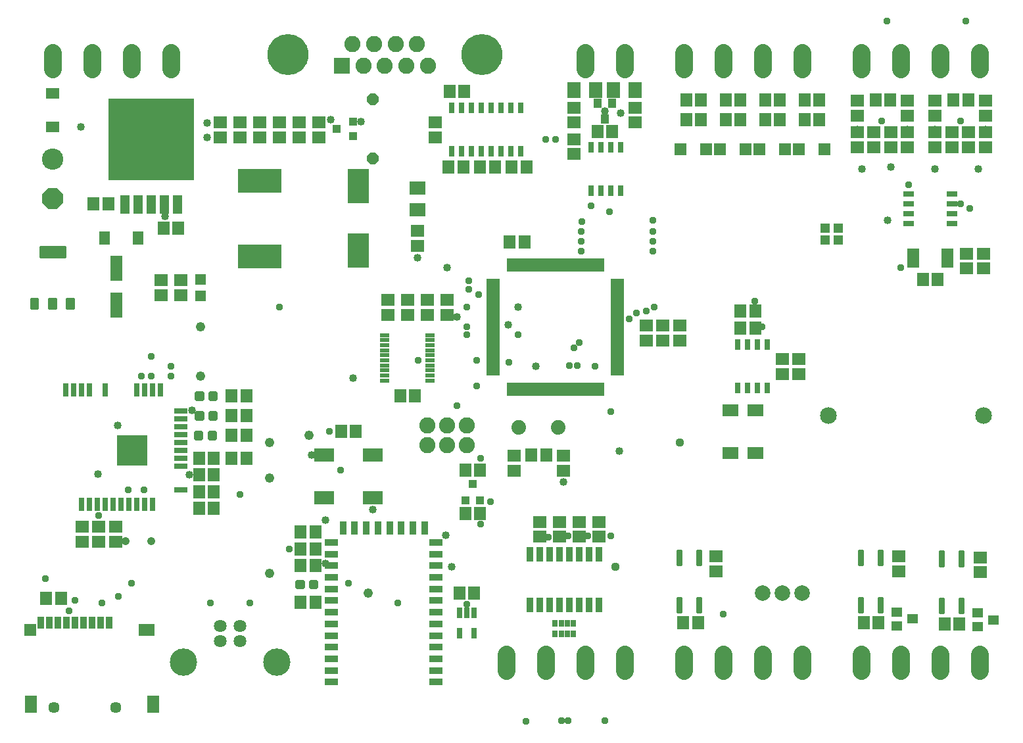
<source format=gbr>
G04 EAGLE Gerber RS-274X export*
G75*
%MOMM*%
%FSLAX34Y34*%
%LPD*%
%INSoldermask Top*%
%IPPOS*%
%AMOC8*
5,1,8,0,0,1.08239X$1,22.5*%
G01*
%ADD10R,1.703200X0.838200*%
%ADD11R,0.838200X1.703200*%
%ADD12C,2.153200*%
%ADD13C,2.743200*%
%ADD14P,2.969212X8X292.500000*%
%ADD15R,1.703200X1.503200*%
%ADD16R,2.703200X4.503200*%
%ADD17R,1.503200X1.703200*%
%ADD18R,1.603200X3.203200*%
%ADD19R,1.673200X1.473200*%
%ADD20R,1.600200X1.600200*%
%ADD21C,0.505344*%
%ADD22R,1.473200X1.673200*%
%ADD23R,1.005200X1.175200*%
%ADD24R,1.803200X2.003200*%
%ADD25R,1.303200X1.203200*%
%ADD26R,11.003200X10.613200*%
%ADD27R,1.270000X2.362200*%
%ADD28R,1.403200X0.803200*%
%ADD29R,0.853200X1.853200*%
%ADD30R,1.703200X0.503200*%
%ADD31R,0.503200X1.703200*%
%ADD32R,2.082800X2.082800*%
%ADD33C,2.082800*%
%ADD34C,5.283200*%
%ADD35R,5.603200X3.103200*%
%ADD36R,1.403200X1.403200*%
%ADD37C,3.519200*%
%ADD38C,1.631200*%
%ADD39R,1.003200X1.103200*%
%ADD40R,1.346200X1.219200*%
%ADD41C,2.003200*%
%ADD42R,2.103200X1.503200*%
%ADD43R,1.103200X1.003200*%
%ADD44C,1.879600*%
%ADD45R,0.703200X0.853200*%
%ADD46R,2.503200X1.803200*%
%ADD47R,1.603200X2.203200*%
%ADD48R,1.483200X1.603200*%
%ADD49R,2.153200X1.603200*%
%ADD50R,0.903200X1.603200*%
%ADD51C,1.453200*%
%ADD52R,0.803200X1.403200*%
%ADD53C,0.349006*%
%ADD54C,0.339959*%
%ADD55C,0.393431*%
%ADD56R,1.193800X0.508000*%
%ADD57R,1.625600X0.482600*%
%ADD58R,0.762000X1.473200*%
%ADD59R,0.703200X1.703200*%
%ADD60R,1.703200X0.703200*%
%ADD61R,3.903200X3.903200*%
%ADD62C,2.298700*%
%ADD63P,1.649562X8X292.500000*%
%ADD64R,2.003200X1.803200*%
%ADD65C,1.016000*%
%ADD66C,0.959600*%
%ADD67C,1.117600*%
%ADD68C,1.066800*%
%ADD69C,1.244600*%


D10*
X544900Y88900D03*
X544900Y103900D03*
X544900Y118900D03*
X544900Y133900D03*
X544900Y148900D03*
X544900Y163900D03*
X544900Y178900D03*
X544900Y193900D03*
X544900Y208900D03*
X544900Y223900D03*
X544900Y238900D03*
X544900Y253900D03*
X544900Y268900D03*
D11*
X529900Y287650D03*
X514900Y287650D03*
X499900Y287650D03*
X484900Y287650D03*
X469900Y287650D03*
X454900Y287650D03*
X439900Y287650D03*
X424900Y287650D03*
D10*
X409900Y268900D03*
X409900Y253900D03*
X409900Y238900D03*
X409900Y223900D03*
X409900Y208900D03*
X409900Y193900D03*
X409900Y178900D03*
X409900Y163900D03*
X409900Y148900D03*
X409900Y133900D03*
X409900Y118900D03*
X409900Y103900D03*
X409900Y88900D03*
D12*
X1249900Y431800D03*
X1049900Y431800D03*
D13*
X50800Y762000D03*
D14*
X50800Y711200D03*
D15*
X990600Y485800D03*
X990600Y504800D03*
X1012190Y485800D03*
X1012190Y504800D03*
D16*
X444500Y727300D03*
X444500Y644300D03*
D15*
X520700Y669900D03*
X520700Y650900D03*
D17*
X122530Y704850D03*
X103530Y704850D03*
D18*
X133350Y574170D03*
X133350Y622170D03*
D15*
X190500Y587400D03*
X190500Y606400D03*
X1187450Y777900D03*
X1187450Y796900D03*
X1108710Y777900D03*
X1108710Y796900D03*
D17*
X1190600Y607060D03*
X1171600Y607060D03*
D15*
X645160Y361340D03*
X645160Y380340D03*
X708660Y361340D03*
X708660Y380340D03*
D17*
X658470Y655320D03*
X639470Y655320D03*
D15*
X836930Y547980D03*
X836930Y528980D03*
X858520Y547980D03*
X858520Y528980D03*
D17*
X574700Y203200D03*
X593700Y203200D03*
D15*
X1230630Y777900D03*
X1230630Y796900D03*
X1130300Y777900D03*
X1130300Y796900D03*
X815340Y547980D03*
X815340Y528980D03*
D17*
X579730Y751840D03*
X560730Y751840D03*
X601370Y751840D03*
X620370Y751840D03*
D15*
X543560Y809600D03*
X543560Y790600D03*
D17*
X661010Y751840D03*
X642010Y751840D03*
X581000Y849630D03*
X562000Y849630D03*
D15*
X722630Y769010D03*
X722630Y788010D03*
D17*
X258420Y355600D03*
X239420Y355600D03*
X258420Y334010D03*
X239420Y334010D03*
X258420Y312420D03*
X239420Y312420D03*
D19*
X50800Y847000D03*
X50800Y804000D03*
D20*
X994410Y774700D03*
X961390Y774700D03*
D21*
X243640Y460690D02*
X243640Y453710D01*
X236660Y453710D01*
X236660Y460690D01*
X243640Y460690D01*
X243640Y458510D02*
X236660Y458510D01*
X261180Y460690D02*
X261180Y453710D01*
X254200Y453710D01*
X254200Y460690D01*
X261180Y460690D01*
X261180Y458510D02*
X254200Y458510D01*
X242370Y409890D02*
X242370Y402910D01*
X235390Y402910D01*
X235390Y409890D01*
X242370Y409890D01*
X242370Y407710D02*
X235390Y407710D01*
X259910Y409890D02*
X259910Y402910D01*
X252930Y402910D01*
X252930Y409890D01*
X259910Y409890D01*
X259910Y407710D02*
X252930Y407710D01*
X243640Y428310D02*
X243640Y435290D01*
X243640Y428310D02*
X236660Y428310D01*
X236660Y435290D01*
X243640Y435290D01*
X243640Y433110D02*
X236660Y433110D01*
X261180Y435290D02*
X261180Y428310D01*
X254200Y428310D01*
X254200Y435290D01*
X261180Y435290D01*
X261180Y433110D02*
X254200Y433110D01*
X383740Y218120D02*
X383740Y211140D01*
X383740Y218120D02*
X390720Y218120D01*
X390720Y211140D01*
X383740Y211140D01*
X383740Y215940D02*
X390720Y215940D01*
X366200Y218120D02*
X366200Y211140D01*
X366200Y218120D02*
X373180Y218120D01*
X373180Y211140D01*
X366200Y211140D01*
X366200Y215940D02*
X373180Y215940D01*
D20*
X1045210Y774700D03*
X1012190Y774700D03*
D22*
X118200Y660400D03*
X161200Y660400D03*
D20*
X892810Y774700D03*
X859790Y774700D03*
D23*
X762000Y814230D03*
X752500Y834230D03*
X771500Y834230D03*
D20*
X943610Y774700D03*
X910590Y774700D03*
D24*
X750600Y850900D03*
X722600Y850900D03*
X773400Y850900D03*
X801400Y850900D03*
D25*
X1062600Y657860D03*
X1045600Y657860D03*
X1062600Y673100D03*
X1045600Y673100D03*
D26*
X177800Y787400D03*
D27*
X143764Y704088D03*
X160782Y704088D03*
X177800Y704088D03*
X194818Y704088D03*
X211836Y704088D03*
D28*
X1209100Y679450D03*
X1209100Y692150D03*
X1209100Y704850D03*
X1209100Y717550D03*
X1153100Y717550D03*
X1153100Y704850D03*
X1153100Y692150D03*
X1153100Y679450D03*
D29*
X665480Y188480D03*
X678180Y188480D03*
X690880Y188480D03*
X703580Y188480D03*
X716280Y188480D03*
X728980Y188480D03*
X741680Y188480D03*
X754380Y188480D03*
X754380Y253480D03*
X741680Y253480D03*
X728980Y253480D03*
X716280Y253480D03*
X703580Y253480D03*
X690880Y253480D03*
X678180Y253480D03*
X665480Y253480D03*
D30*
X618500Y606100D03*
X618500Y601100D03*
X618500Y596100D03*
X618500Y591100D03*
X618500Y586100D03*
X618500Y581100D03*
X618500Y576100D03*
X618500Y571100D03*
X618500Y566100D03*
X618500Y561100D03*
X618500Y556100D03*
X618500Y551100D03*
X618500Y546100D03*
X618500Y541100D03*
X618500Y536100D03*
X618500Y531100D03*
X618500Y526100D03*
X618500Y521100D03*
X618500Y516100D03*
X618500Y511100D03*
X618500Y506100D03*
X618500Y501100D03*
X618500Y496100D03*
X618500Y491100D03*
X618500Y486100D03*
D31*
X638500Y466100D03*
X643500Y466100D03*
X648500Y466100D03*
X653500Y466100D03*
X658500Y466100D03*
X663500Y466100D03*
X668500Y466100D03*
X673500Y466100D03*
X678500Y466100D03*
X683500Y466100D03*
X688500Y466100D03*
X693500Y466100D03*
X698500Y466100D03*
X703500Y466100D03*
X708500Y466100D03*
X713500Y466100D03*
X718500Y466100D03*
X723500Y466100D03*
X728500Y466100D03*
X733500Y466100D03*
X738500Y466100D03*
X743500Y466100D03*
X748500Y466100D03*
X753500Y466100D03*
X758500Y466100D03*
D30*
X778500Y486100D03*
X778500Y491100D03*
X778500Y496100D03*
X778500Y501100D03*
X778500Y506100D03*
X778500Y511100D03*
X778500Y516100D03*
X778500Y521100D03*
X778500Y526100D03*
X778500Y531100D03*
X778500Y536100D03*
X778500Y541100D03*
X778500Y546100D03*
X778500Y551100D03*
X778500Y556100D03*
X778500Y561100D03*
X778500Y566100D03*
X778500Y571100D03*
X778500Y576100D03*
X778500Y581100D03*
X778500Y586100D03*
X778500Y591100D03*
X778500Y596100D03*
X778500Y601100D03*
X778500Y606100D03*
D31*
X758500Y626100D03*
X753500Y626100D03*
X748500Y626100D03*
X743500Y626100D03*
X738500Y626100D03*
X733500Y626100D03*
X728500Y626100D03*
X723500Y626100D03*
X718500Y626100D03*
X713500Y626100D03*
X708500Y626100D03*
X703500Y626100D03*
X698500Y626100D03*
X693500Y626100D03*
X688500Y626100D03*
X683500Y626100D03*
X678500Y626100D03*
X673500Y626100D03*
X668500Y626100D03*
X663500Y626100D03*
X658500Y626100D03*
X653500Y626100D03*
X648500Y626100D03*
X643500Y626100D03*
X638500Y626100D03*
D32*
X423390Y882420D03*
D33*
X451090Y882420D03*
X478790Y882420D03*
X506490Y882420D03*
X534190Y882420D03*
X437290Y910820D03*
X464990Y910820D03*
X492590Y910820D03*
X520290Y910820D03*
D34*
X353790Y896620D03*
X603790Y896620D03*
D33*
X584200Y419100D03*
X584200Y393700D03*
X558800Y419100D03*
X558800Y393700D03*
X533400Y419100D03*
X533400Y393700D03*
D35*
X317500Y734300D03*
X317500Y637300D03*
D36*
X241300Y607400D03*
X241300Y586400D03*
D37*
X339600Y114300D03*
X219200Y114300D03*
D38*
X291900Y141400D03*
X266900Y141400D03*
X291900Y161400D03*
X266900Y161400D03*
D39*
X582320Y322740D03*
X601320Y322740D03*
X591820Y343740D03*
D40*
X1158240Y170180D03*
X1137920Y161290D03*
X1137920Y179070D03*
X1262380Y168910D03*
X1242060Y160020D03*
X1242060Y177800D03*
D41*
X1016000Y203200D03*
X990600Y203200D03*
X965200Y203200D03*
D42*
X923800Y438980D03*
X923800Y383980D03*
X955800Y383980D03*
X955800Y438980D03*
D43*
X437990Y791870D03*
X437990Y810870D03*
X416990Y801370D03*
D44*
X702310Y416560D03*
X651510Y416560D03*
D17*
X300330Y457200D03*
X281330Y457200D03*
D15*
X88900Y288900D03*
X88900Y269900D03*
D17*
X300330Y406400D03*
X281330Y406400D03*
X300330Y431800D03*
X281330Y431800D03*
D15*
X482600Y562000D03*
X482600Y581000D03*
X508000Y562000D03*
X508000Y581000D03*
X558800Y581000D03*
X558800Y562000D03*
D17*
X517500Y457200D03*
X498500Y457200D03*
D15*
X722630Y809650D03*
X722630Y828650D03*
X801370Y828650D03*
X801370Y809650D03*
D17*
X936650Y566420D03*
X955650Y566420D03*
X936650Y544830D03*
X955650Y544830D03*
X936600Y838200D03*
X917600Y838200D03*
X885800Y838200D03*
X866800Y838200D03*
X936600Y812800D03*
X917600Y812800D03*
X885800Y812800D03*
X866800Y812800D03*
D15*
X1228090Y640690D03*
X1228090Y621690D03*
X1249680Y640690D03*
X1249680Y621690D03*
D17*
X1038200Y838200D03*
X1019200Y838200D03*
X987400Y838200D03*
X968400Y838200D03*
X987400Y812800D03*
X968400Y812800D03*
X1038200Y812800D03*
X1019200Y812800D03*
D15*
X1140460Y231800D03*
X1140460Y250800D03*
X1245870Y230530D03*
X1245870Y249530D03*
D17*
X389230Y260350D03*
X370230Y260350D03*
X61570Y196850D03*
X42570Y196850D03*
X881990Y165100D03*
X862990Y165100D03*
X258420Y377190D03*
X239420Y377190D03*
D15*
X905510Y231800D03*
X905510Y250800D03*
X754380Y276250D03*
X754380Y295250D03*
X728980Y276250D03*
X728980Y295250D03*
X703580Y276250D03*
X703580Y295250D03*
X678180Y276250D03*
X678180Y295250D03*
X292100Y790600D03*
X292100Y809600D03*
D17*
X389230Y281940D03*
X370230Y281940D03*
X389230Y238760D03*
X370230Y238760D03*
D15*
X317500Y790600D03*
X317500Y809600D03*
X266700Y809600D03*
X266700Y790600D03*
X368300Y790600D03*
X368300Y809600D03*
X132080Y288900D03*
X132080Y269900D03*
D17*
X212700Y673100D03*
X193700Y673100D03*
X1114400Y165100D03*
X1095400Y165100D03*
X601320Y306070D03*
X582320Y306070D03*
X1218540Y163830D03*
X1199540Y163830D03*
X370230Y191770D03*
X389230Y191770D03*
X281330Y377190D03*
X300330Y377190D03*
D15*
X110490Y269900D03*
X110490Y288900D03*
X533400Y562000D03*
X533400Y581000D03*
X1252220Y818540D03*
X1252220Y837540D03*
X1187450Y818540D03*
X1187450Y837540D03*
X1209040Y796900D03*
X1209040Y777900D03*
X1252220Y777900D03*
X1252220Y796900D03*
X1151890Y818540D03*
X1151890Y837540D03*
D17*
X601320Y361950D03*
X582320Y361950D03*
D15*
X1087120Y818540D03*
X1087120Y837540D03*
X1087120Y796900D03*
X1087120Y777900D03*
D17*
X1129640Y838200D03*
X1110640Y838200D03*
X1229970Y838200D03*
X1210970Y838200D03*
D15*
X1151890Y777900D03*
X1151890Y796900D03*
X342900Y790600D03*
X342900Y809600D03*
X393700Y809600D03*
X393700Y790600D03*
D17*
X441300Y411480D03*
X422300Y411480D03*
D15*
X215900Y587400D03*
X215900Y606400D03*
D17*
X686410Y381000D03*
X667410Y381000D03*
X752500Y797560D03*
X771500Y797560D03*
D45*
X721930Y164230D03*
X713930Y164230D03*
X705930Y164230D03*
X697930Y164230D03*
X697930Y150730D03*
X705930Y150730D03*
X713930Y150730D03*
X721930Y150730D03*
D46*
X400300Y326390D03*
X463300Y326390D03*
X400300Y381000D03*
X463300Y381000D03*
D47*
X180600Y60400D03*
X22600Y60400D03*
D48*
X22000Y156400D03*
D49*
X171850Y156400D03*
D50*
X123600Y165100D03*
X112600Y165100D03*
X101600Y165100D03*
X90600Y165100D03*
X79600Y165100D03*
X68600Y165100D03*
X57600Y165100D03*
X46600Y165100D03*
X35600Y165100D03*
D51*
X132600Y56400D03*
X52600Y56400D03*
D52*
X933450Y467300D03*
X946150Y467300D03*
X958850Y467300D03*
X971550Y467300D03*
X971550Y523300D03*
X958850Y523300D03*
X946150Y523300D03*
X933450Y523300D03*
D53*
X1219519Y256491D02*
X1219519Y238649D01*
X1219519Y256491D02*
X1223961Y256491D01*
X1223961Y238649D01*
X1219519Y238649D01*
X1219519Y241964D02*
X1223961Y241964D01*
X1223961Y245279D02*
X1219519Y245279D01*
X1219519Y248594D02*
X1223961Y248594D01*
X1223961Y251909D02*
X1219519Y251909D01*
X1219519Y255224D02*
X1223961Y255224D01*
X1194119Y256491D02*
X1194119Y238649D01*
X1194119Y256491D02*
X1198561Y256491D01*
X1198561Y238649D01*
X1194119Y238649D01*
X1194119Y241964D02*
X1198561Y241964D01*
X1198561Y245279D02*
X1194119Y245279D01*
X1194119Y248594D02*
X1198561Y248594D01*
X1198561Y251909D02*
X1194119Y251909D01*
X1194119Y255224D02*
X1198561Y255224D01*
X1194119Y195691D02*
X1194119Y177849D01*
X1194119Y195691D02*
X1198561Y195691D01*
X1198561Y177849D01*
X1194119Y177849D01*
X1194119Y181164D02*
X1198561Y181164D01*
X1198561Y184479D02*
X1194119Y184479D01*
X1194119Y187794D02*
X1198561Y187794D01*
X1198561Y191109D02*
X1194119Y191109D01*
X1194119Y194424D02*
X1198561Y194424D01*
X1219519Y195691D02*
X1219519Y177849D01*
X1219519Y195691D02*
X1223961Y195691D01*
X1223961Y177849D01*
X1219519Y177849D01*
X1219519Y181164D02*
X1223961Y181164D01*
X1223961Y184479D02*
X1219519Y184479D01*
X1219519Y187794D02*
X1223961Y187794D01*
X1223961Y191109D02*
X1219519Y191109D01*
X1219519Y194424D02*
X1223961Y194424D01*
D54*
X31866Y570284D02*
X23934Y570284D01*
X23934Y582016D01*
X31866Y582016D01*
X31866Y570284D01*
X31866Y573514D02*
X23934Y573514D01*
X23934Y576744D02*
X31866Y576744D01*
X31866Y579974D02*
X23934Y579974D01*
X46834Y570284D02*
X54766Y570284D01*
X46834Y570284D02*
X46834Y582016D01*
X54766Y582016D01*
X54766Y570284D01*
X54766Y573514D02*
X46834Y573514D01*
X46834Y576744D02*
X54766Y576744D01*
X54766Y579974D02*
X46834Y579974D01*
X69734Y570284D02*
X77666Y570284D01*
X69734Y570284D02*
X69734Y582016D01*
X77666Y582016D01*
X77666Y570284D01*
X77666Y573514D02*
X69734Y573514D01*
X69734Y576744D02*
X77666Y576744D01*
X77666Y579974D02*
X69734Y579974D01*
D55*
X66049Y637451D02*
X35551Y637451D01*
X35551Y648649D01*
X66049Y648649D01*
X66049Y637451D01*
X66049Y641188D02*
X35551Y641188D01*
X35551Y644925D02*
X66049Y644925D01*
D56*
X537178Y477250D03*
X537178Y483750D03*
X537178Y490250D03*
X537178Y496750D03*
X537178Y503250D03*
X537178Y509750D03*
X537178Y516250D03*
X537178Y522750D03*
X537178Y529250D03*
X537178Y535750D03*
X478822Y535750D03*
X478822Y529250D03*
X478822Y522750D03*
X478822Y516250D03*
X478822Y509750D03*
X478822Y503250D03*
X478822Y496750D03*
X478822Y490250D03*
X478822Y483750D03*
X478822Y477250D03*
D52*
X744220Y721300D03*
X756920Y721300D03*
X769620Y721300D03*
X782320Y721300D03*
X782320Y777300D03*
X769620Y777300D03*
X756920Y777300D03*
X744220Y777300D03*
D57*
X1202944Y625094D03*
X1202944Y629920D03*
X1202944Y635000D03*
X1202944Y640080D03*
X1202944Y644906D03*
X1159256Y644906D03*
X1159256Y640080D03*
X1159256Y635000D03*
X1159256Y629920D03*
X1159256Y625094D03*
D53*
X1115379Y257761D02*
X1115379Y239919D01*
X1115379Y257761D02*
X1119821Y257761D01*
X1119821Y239919D01*
X1115379Y239919D01*
X1115379Y243234D02*
X1119821Y243234D01*
X1119821Y246549D02*
X1115379Y246549D01*
X1115379Y249864D02*
X1119821Y249864D01*
X1119821Y253179D02*
X1115379Y253179D01*
X1115379Y256494D02*
X1119821Y256494D01*
X1089979Y257761D02*
X1089979Y239919D01*
X1089979Y257761D02*
X1094421Y257761D01*
X1094421Y239919D01*
X1089979Y239919D01*
X1089979Y243234D02*
X1094421Y243234D01*
X1094421Y246549D02*
X1089979Y246549D01*
X1089979Y249864D02*
X1094421Y249864D01*
X1094421Y253179D02*
X1089979Y253179D01*
X1089979Y256494D02*
X1094421Y256494D01*
X1089979Y196961D02*
X1089979Y179119D01*
X1089979Y196961D02*
X1094421Y196961D01*
X1094421Y179119D01*
X1089979Y179119D01*
X1089979Y182434D02*
X1094421Y182434D01*
X1094421Y185749D02*
X1089979Y185749D01*
X1089979Y189064D02*
X1094421Y189064D01*
X1094421Y192379D02*
X1089979Y192379D01*
X1089979Y195694D02*
X1094421Y195694D01*
X1115379Y196961D02*
X1115379Y179119D01*
X1115379Y196961D02*
X1119821Y196961D01*
X1119821Y179119D01*
X1115379Y179119D01*
X1115379Y182434D02*
X1119821Y182434D01*
X1119821Y185749D02*
X1115379Y185749D01*
X1115379Y189064D02*
X1119821Y189064D01*
X1119821Y192379D02*
X1115379Y192379D01*
X1115379Y195694D02*
X1119821Y195694D01*
X881699Y239919D02*
X881699Y257761D01*
X886141Y257761D01*
X886141Y239919D01*
X881699Y239919D01*
X881699Y243234D02*
X886141Y243234D01*
X886141Y246549D02*
X881699Y246549D01*
X881699Y249864D02*
X886141Y249864D01*
X886141Y253179D02*
X881699Y253179D01*
X881699Y256494D02*
X886141Y256494D01*
X856299Y257761D02*
X856299Y239919D01*
X856299Y257761D02*
X860741Y257761D01*
X860741Y239919D01*
X856299Y239919D01*
X856299Y243234D02*
X860741Y243234D01*
X860741Y246549D02*
X856299Y246549D01*
X856299Y249864D02*
X860741Y249864D01*
X860741Y253179D02*
X856299Y253179D01*
X856299Y256494D02*
X860741Y256494D01*
X856299Y196961D02*
X856299Y179119D01*
X856299Y196961D02*
X860741Y196961D01*
X860741Y179119D01*
X856299Y179119D01*
X856299Y182434D02*
X860741Y182434D01*
X860741Y185749D02*
X856299Y185749D01*
X856299Y189064D02*
X860741Y189064D01*
X860741Y192379D02*
X856299Y192379D01*
X856299Y195694D02*
X860741Y195694D01*
X881699Y196961D02*
X881699Y179119D01*
X881699Y196961D02*
X886141Y196961D01*
X886141Y179119D01*
X881699Y179119D01*
X881699Y182434D02*
X886141Y182434D01*
X886141Y185749D02*
X881699Y185749D01*
X881699Y189064D02*
X886141Y189064D01*
X886141Y192379D02*
X881699Y192379D01*
X881699Y195694D02*
X886141Y195694D01*
D52*
X565150Y772100D03*
X577850Y772100D03*
X590550Y772100D03*
X603250Y772100D03*
X615950Y772100D03*
X628650Y772100D03*
X641350Y772100D03*
X654050Y772100D03*
X654050Y828100D03*
X641350Y828100D03*
X628650Y828100D03*
X615950Y828100D03*
X603250Y828100D03*
X590550Y828100D03*
X577850Y828100D03*
X565150Y828100D03*
D58*
X593598Y178054D03*
X584200Y178054D03*
X574802Y178054D03*
X574802Y152146D03*
X593598Y152146D03*
D59*
X189430Y465160D03*
X179270Y465160D03*
X169110Y465160D03*
X158950Y465160D03*
X118310Y465160D03*
X97990Y465160D03*
X87830Y465160D03*
X77670Y465160D03*
X67510Y465160D03*
X87890Y317860D03*
X98050Y317860D03*
X108210Y317860D03*
X118370Y317860D03*
X128530Y317860D03*
X138690Y317860D03*
X148850Y317860D03*
X159010Y317860D03*
X169170Y317860D03*
X179330Y317860D03*
D60*
X216130Y336860D03*
X216330Y367340D03*
X216330Y377500D03*
X216330Y387660D03*
X216330Y397820D03*
X216130Y407980D03*
X216130Y418140D03*
X216130Y428300D03*
X216130Y438460D03*
D61*
X153010Y387040D03*
D62*
X787400Y878523D02*
X787400Y899478D01*
X736600Y899478D02*
X736600Y878523D01*
X1244600Y878523D02*
X1244600Y899478D01*
X1193800Y899478D02*
X1193800Y878523D01*
X1092200Y878523D02*
X1092200Y899478D01*
X1143000Y899478D02*
X1143000Y878523D01*
X1092200Y124778D02*
X1092200Y103823D01*
X1143000Y103823D02*
X1143000Y124778D01*
X1244600Y124778D02*
X1244600Y103823D01*
X1193800Y103823D02*
X1193800Y124778D01*
X635000Y124778D02*
X635000Y103823D01*
X685800Y103823D02*
X685800Y124778D01*
X787400Y124778D02*
X787400Y103823D01*
X736600Y103823D02*
X736600Y124778D01*
X203200Y878523D02*
X203200Y899478D01*
X152400Y899478D02*
X152400Y878523D01*
X50800Y878523D02*
X50800Y899478D01*
X101600Y899478D02*
X101600Y878523D01*
X1016000Y878523D02*
X1016000Y899478D01*
X965200Y899478D02*
X965200Y878523D01*
X863600Y878523D02*
X863600Y899478D01*
X914400Y899478D02*
X914400Y878523D01*
X863600Y124778D02*
X863600Y103823D01*
X914400Y103823D02*
X914400Y124778D01*
X1016000Y124778D02*
X1016000Y103823D01*
X965200Y103823D02*
X965200Y124778D01*
D63*
X463550Y839470D03*
X463550Y763270D03*
D64*
X520700Y697200D03*
X520700Y725200D03*
D65*
X463550Y311150D03*
X384810Y381000D03*
X230308Y438982D03*
X227330Y355600D03*
X565150Y237490D03*
X557530Y278130D03*
X702031Y296799D03*
X708660Y346710D03*
X558800Y622300D03*
X520700Y635000D03*
X250190Y808990D03*
X177800Y800100D03*
X109220Y356870D03*
X153010Y387040D03*
X673100Y495300D03*
X637540Y548640D03*
X650240Y571500D03*
X438150Y480060D03*
X571888Y558800D03*
X408940Y812800D03*
X448310Y810260D03*
X782320Y821690D03*
X762000Y824230D03*
X87630Y803910D03*
X342900Y809600D03*
D66*
X421640Y361950D03*
X407670Y411480D03*
D67*
X858520Y397510D03*
X775970Y237490D03*
D65*
X195580Y688340D03*
X250190Y789940D03*
D68*
X144780Y270510D03*
X177800Y270510D03*
D69*
X241300Y482600D03*
X241300Y546100D03*
X330200Y397510D03*
X457200Y203200D03*
X330200Y228600D03*
X381000Y406400D03*
X330200Y351790D03*
D66*
X292100Y330200D03*
X726670Y496570D03*
X955040Y579120D03*
X716280Y496570D03*
X964720Y546100D03*
X1143000Y622300D03*
X768350Y694690D03*
X744220Y702310D03*
X114300Y190500D03*
X72390Y180340D03*
X638810Y500380D03*
X614680Y321310D03*
X601980Y292100D03*
X304800Y190500D03*
X254000Y190500D03*
X584200Y571500D03*
X342900Y571500D03*
X571500Y444500D03*
X596900Y469900D03*
X596900Y502930D03*
X521970Y502920D03*
X586740Y605790D03*
X41910Y222250D03*
X731520Y643890D03*
X824230Y643890D03*
X698500Y787400D03*
X728980Y525780D03*
X685800Y787400D03*
X722554Y519354D03*
X793750Y556260D03*
X689504Y275590D03*
X815340Y566420D03*
X740304Y276860D03*
X769620Y276860D03*
X825500Y571500D03*
X802640Y563880D03*
X714904Y276860D03*
D65*
X402590Y297180D03*
X402590Y241300D03*
D66*
X749300Y495300D03*
X431800Y215900D03*
X355600Y260350D03*
D65*
X781050Y386080D03*
D66*
X584200Y535940D03*
X584200Y189230D03*
X584200Y546100D03*
X495300Y190500D03*
X586740Y594360D03*
X599440Y588010D03*
X731520Y656590D03*
X824230Y656590D03*
X731520Y669290D03*
X824230Y669290D03*
X732790Y681990D03*
X824230Y683260D03*
X650240Y535940D03*
X769620Y436880D03*
X203200Y495300D03*
D65*
X134620Y419100D03*
D66*
X177800Y482600D03*
X168910Y336550D03*
X152400Y215900D03*
X80010Y194310D03*
X177800Y508000D03*
X110490Y303530D03*
X165580Y482600D03*
X148590Y336550D03*
X203200Y482600D03*
X135890Y199390D03*
X601980Y377190D03*
D65*
X1126490Y683260D03*
X1187450Y749300D03*
X1243330Y749300D03*
X1130300Y751840D03*
X1093470Y749300D03*
D66*
X914400Y176530D03*
X762000Y39370D03*
X715018Y39560D03*
X705930Y39560D03*
X660400Y38100D03*
X1220470Y704850D03*
X1220470Y811530D03*
D65*
X1187450Y800100D03*
D66*
X1231900Y698500D03*
D65*
X1252220Y800100D03*
D66*
X1153160Y728980D03*
X1118870Y811530D03*
D65*
X1087120Y800100D03*
X1151890Y800100D03*
D66*
X1226820Y939800D03*
X1125220Y939800D03*
M02*

</source>
